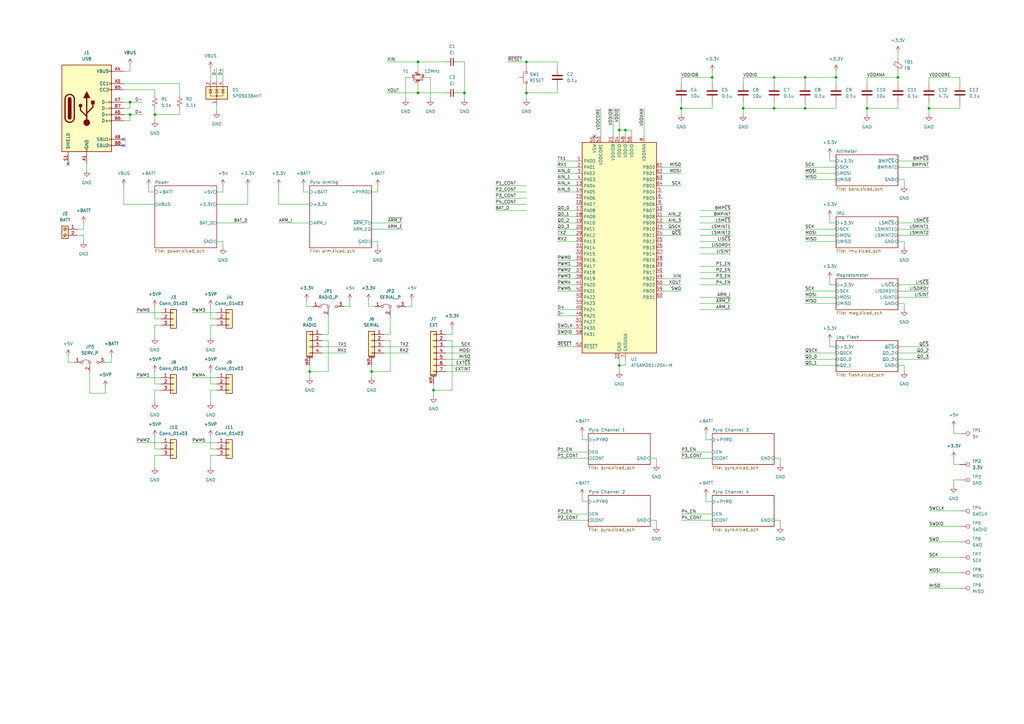
<source format=kicad_sch>
(kicad_sch (version 20230121) (generator eeschema)
  (paper "A3")
  (junction (at 342.9 31.75))
  (junction (at 292.1 31.75))
  (junction (at 368.3 31.75))
  (junction (at 152.4 152.4))
  (junction (at 171.45 25.4))
  (junction (at 53.34 46.99))
  (junction (at 254 149.86))
  (junction (at 317.5 31.75))
  (junction (at 215.9 38.1))
  (junction (at 53.34 41.91))
  (junction (at 381 44.45))
  (junction (at 256.54 53.34))
  (junction (at 177.8 160.02))
  (junction (at 355.6 44.45))
  (junction (at 317.5 44.45))
  (junction (at 171.45 38.1))
  (junction (at 215.9 25.4))
  (junction (at 127 152.4))
  (junction (at 63.5 46.99))
  (junction (at 330.2 31.75))
  (junction (at 190.5 38.1))
  (junction (at 330.2 44.45))
  (junction (at 254 53.34))
  (junction (at 304.8 44.45))
  (junction (at 279.4 44.45))
  (no_connect (at 50.8 57.15))
  (no_connect (at 27.94 67.31))
  (no_connect (at 243.84 55.88))
  (no_connect (at 50.8 59.69))
  (wire (pts (xy 299.72 104.14) (xy 287.02 104.14)))
  (wire (pts (xy 182.88 142.24) (xy 193.04 142.24)))
  (wire (pts (xy 185.42 137.16) (xy 182.88 137.16)))
  (wire (pts (xy 171.45 34.29) (xy 171.45 38.1)))
  (wire (pts (xy 177.8 160.02) (xy 177.8 162.56)))
  (wire (pts (xy 63.5 44.45) (xy 63.5 46.99)))
  (wire (pts (xy 228.6 86.36) (xy 236.22 86.36)))
  (wire (pts (xy 228.6 25.4) (xy 215.9 25.4)))
  (wire (pts (xy 368.3 31.75) (xy 368.3 34.29)))
  (wire (pts (xy 88.9 99.06) (xy 91.44 99.06)))
  (wire (pts (xy 393.7 44.45) (xy 381 44.45)))
  (wire (pts (xy 177.8 157.48) (xy 177.8 160.02)))
  (wire (pts (xy 215.9 86.36) (xy 203.2 86.36)))
  (wire (pts (xy 91.44 33.02) (xy 91.44 27.94)))
  (wire (pts (xy 66.04 133.35) (xy 63.5 133.35)))
  (wire (pts (xy 370.84 73.66) (xy 370.84 76.2)))
  (wire (pts (xy 53.34 46.99) (xy 58.42 46.99)))
  (wire (pts (xy 355.6 41.91) (xy 355.6 44.45)))
  (wire (pts (xy 228.6 76.2) (xy 236.22 76.2)))
  (wire (pts (xy 292.1 41.91) (xy 292.1 44.45)))
  (wire (pts (xy 91.44 78.74) (xy 91.44 76.2)))
  (wire (pts (xy 66.04 184.15) (xy 63.5 184.15)))
  (wire (pts (xy 168.91 125.73) (xy 168.91 123.19)))
  (wire (pts (xy 254 147.32) (xy 254 149.86)))
  (wire (pts (xy 393.7 177.8) (xy 391.16 177.8)))
  (wire (pts (xy 292.1 31.75) (xy 279.4 31.75)))
  (wire (pts (xy 393.7 196.85) (xy 391.16 196.85)))
  (wire (pts (xy 182.88 144.78) (xy 193.04 144.78)))
  (wire (pts (xy 368.3 99.06) (xy 370.84 99.06)))
  (wire (pts (xy 55.88 181.61) (xy 66.04 181.61)))
  (wire (pts (xy 228.6 213.36) (xy 241.3 213.36)))
  (wire (pts (xy 342.9 41.91) (xy 342.9 44.45)))
  (wire (pts (xy 215.9 36.83) (xy 215.9 38.1)))
  (wire (pts (xy 152.4 91.44) (xy 165.1 91.44)))
  (wire (pts (xy 66.04 130.81) (xy 63.5 130.81)))
  (wire (pts (xy 271.78 114.3) (xy 279.4 114.3)))
  (wire (pts (xy 271.78 91.44) (xy 279.4 91.44)))
  (wire (pts (xy 154.94 99.06) (xy 154.94 101.6)))
  (wire (pts (xy 63.5 46.99) (xy 63.5 49.53)))
  (wire (pts (xy 279.4 44.45) (xy 279.4 46.99)))
  (wire (pts (xy 340.36 66.04) (xy 342.9 66.04)))
  (wire (pts (xy 228.6 96.52) (xy 236.22 96.52)))
  (wire (pts (xy 36.83 152.4) (xy 36.83 161.29)))
  (wire (pts (xy 88.9 78.74) (xy 91.44 78.74)))
  (wire (pts (xy 368.3 142.24) (xy 381 142.24)))
  (wire (pts (xy 238.76 177.8) (xy 238.76 180.34)))
  (wire (pts (xy 287.02 99.06) (xy 299.72 99.06)))
  (wire (pts (xy 279.4 31.75) (xy 279.4 34.29)))
  (wire (pts (xy 238.76 180.34) (xy 241.3 180.34)))
  (wire (pts (xy 228.6 137.16) (xy 236.22 137.16)))
  (wire (pts (xy 154.94 76.2) (xy 154.94 78.74)))
  (wire (pts (xy 342.9 29.21) (xy 342.9 31.75)))
  (wire (pts (xy 182.88 149.86) (xy 193.04 149.86)))
  (wire (pts (xy 381 147.32) (xy 368.3 147.32)))
  (wire (pts (xy 151.13 123.19) (xy 151.13 125.73)))
  (wire (pts (xy 317.5 44.45) (xy 304.8 44.45)))
  (wire (pts (xy 342.9 31.75) (xy 342.9 34.29)))
  (wire (pts (xy 185.42 139.7) (xy 185.42 160.02)))
  (wire (pts (xy 289.56 177.8) (xy 289.56 180.34)))
  (wire (pts (xy 342.9 68.58) (xy 330.2 68.58)))
  (wire (pts (xy 259.08 53.34) (xy 259.08 55.88)))
  (wire (pts (xy 368.3 73.66) (xy 370.84 73.66)))
  (wire (pts (xy 340.36 91.44) (xy 342.9 91.44)))
  (wire (pts (xy 256.54 149.86) (xy 254 149.86)))
  (wire (pts (xy 152.4 93.98) (xy 165.1 93.98)))
  (wire (pts (xy 330.2 44.45) (xy 317.5 44.45)))
  (wire (pts (xy 342.9 96.52) (xy 330.2 96.52)))
  (wire (pts (xy 30.48 148.59) (xy 27.94 148.59)))
  (wire (pts (xy 55.88 128.27) (xy 66.04 128.27)))
  (wire (pts (xy 171.45 25.4) (xy 158.75 25.4)))
  (wire (pts (xy 66.04 186.69) (xy 63.5 186.69)))
  (wire (pts (xy 289.56 180.34) (xy 292.1 180.34)))
  (wire (pts (xy 228.6 187.96) (xy 241.3 187.96)))
  (wire (pts (xy 393.7 31.75) (xy 393.7 34.29)))
  (wire (pts (xy 151.13 125.73) (xy 153.67 125.73)))
  (wire (pts (xy 271.78 76.2) (xy 279.4 76.2)))
  (wire (pts (xy 340.36 114.3) (xy 340.36 116.84)))
  (wire (pts (xy 142.24 142.24) (xy 132.08 142.24)))
  (wire (pts (xy 53.34 44.45) (xy 50.8 44.45)))
  (wire (pts (xy 368.3 21.59) (xy 368.3 24.13)))
  (wire (pts (xy 292.1 34.29) (xy 292.1 31.75)))
  (wire (pts (xy 370.84 124.46) (xy 370.84 127)))
  (wire (pts (xy 142.24 144.78) (xy 132.08 144.78)))
  (wire (pts (xy 299.72 88.9) (xy 287.02 88.9)))
  (wire (pts (xy 228.6 142.24) (xy 236.22 142.24)))
  (wire (pts (xy 391.16 190.5) (xy 391.16 187.96)))
  (wire (pts (xy 266.7 187.96) (xy 269.24 187.96)))
  (wire (pts (xy 289.56 203.2) (xy 289.56 205.74)))
  (wire (pts (xy 50.8 41.91) (xy 53.34 41.91)))
  (wire (pts (xy 208.28 25.4) (xy 215.9 25.4)))
  (wire (pts (xy 167.64 142.24) (xy 157.48 142.24)))
  (wire (pts (xy 55.88 154.94) (xy 66.04 154.94)))
  (wire (pts (xy 317.5 41.91) (xy 317.5 44.45)))
  (wire (pts (xy 101.6 76.2) (xy 101.6 83.82)))
  (wire (pts (xy 246.38 44.45) (xy 246.38 55.88)))
  (wire (pts (xy 228.6 88.9) (xy 236.22 88.9)))
  (wire (pts (xy 256.54 53.34) (xy 256.54 55.88)))
  (wire (pts (xy 63.5 133.35) (xy 63.5 138.43)))
  (wire (pts (xy 342.9 44.45) (xy 330.2 44.45)))
  (wire (pts (xy 114.3 83.82) (xy 127 83.82)))
  (wire (pts (xy 182.88 152.4) (xy 193.04 152.4)))
  (wire (pts (xy 342.9 144.78) (xy 330.2 144.78)))
  (wire (pts (xy 43.18 161.29) (xy 43.18 158.75)))
  (wire (pts (xy 143.51 125.73) (xy 143.51 123.19)))
  (wire (pts (xy 271.78 71.12) (xy 279.4 71.12)))
  (wire (pts (xy 73.66 46.99) (xy 63.5 46.99)))
  (wire (pts (xy 215.9 25.4) (xy 215.9 26.67)))
  (wire (pts (xy 228.6 35.56) (xy 228.6 38.1)))
  (wire (pts (xy 320.04 187.96) (xy 320.04 190.5)))
  (wire (pts (xy 86.36 152.4) (xy 86.36 157.48)))
  (wire (pts (xy 152.4 149.86) (xy 152.4 152.4)))
  (wire (pts (xy 340.36 116.84) (xy 342.9 116.84)))
  (wire (pts (xy 330.2 31.75) (xy 330.2 34.29)))
  (wire (pts (xy 279.4 187.96) (xy 292.1 187.96)))
  (wire (pts (xy 73.66 44.45) (xy 73.66 46.99)))
  (wire (pts (xy 304.8 31.75) (xy 304.8 34.29)))
  (wire (pts (xy 63.5 152.4) (xy 63.5 157.48)))
  (wire (pts (xy 292.1 44.45) (xy 279.4 44.45)))
  (wire (pts (xy 160.02 137.16) (xy 157.48 137.16)))
  (wire (pts (xy 254 149.86) (xy 254 152.4)))
  (wire (pts (xy 317.5 187.96) (xy 320.04 187.96)))
  (wire (pts (xy 289.56 205.74) (xy 292.1 205.74)))
  (wire (pts (xy 157.48 139.7) (xy 160.02 139.7)))
  (wire (pts (xy 299.72 109.22) (xy 287.02 109.22)))
  (wire (pts (xy 271.78 96.52) (xy 279.4 96.52)))
  (wire (pts (xy 124.46 78.74) (xy 127 78.74)))
  (wire (pts (xy 31.75 96.52) (xy 34.29 96.52)))
  (wire (pts (xy 287.02 127) (xy 299.72 127)))
  (wire (pts (xy 228.6 185.42) (xy 241.3 185.42)))
  (wire (pts (xy 134.62 129.54) (xy 134.62 137.16)))
  (wire (pts (xy 190.5 25.4) (xy 190.5 38.1)))
  (wire (pts (xy 66.04 160.02) (xy 63.5 160.02)))
  (wire (pts (xy 271.78 119.38) (xy 279.4 119.38)))
  (wire (pts (xy 381 222.25) (xy 393.7 222.25)))
  (wire (pts (xy 88.9 91.44) (xy 101.6 91.44)))
  (wire (pts (xy 78.74 154.94) (xy 88.9 154.94)))
  (wire (pts (xy 63.5 186.69) (xy 63.5 191.77)))
  (wire (pts (xy 124.46 76.2) (xy 124.46 78.74)))
  (wire (pts (xy 34.29 91.44) (xy 34.29 93.98)))
  (wire (pts (xy 125.73 125.73) (xy 128.27 125.73)))
  (wire (pts (xy 215.9 38.1) (xy 215.9 40.64)))
  (wire (pts (xy 152.4 152.4) (xy 152.4 154.94)))
  (wire (pts (xy 342.9 71.12) (xy 330.2 71.12)))
  (wire (pts (xy 203.2 76.2) (xy 215.9 76.2)))
  (wire (pts (xy 78.74 128.27) (xy 88.9 128.27)))
  (wire (pts (xy 228.6 78.74) (xy 236.22 78.74)))
  (wire (pts (xy 132.08 139.7) (xy 134.62 139.7)))
  (wire (pts (xy 171.45 25.4) (xy 171.45 29.21)))
  (wire (pts (xy 160.02 139.7) (xy 160.02 152.4)))
  (wire (pts (xy 86.36 186.69) (xy 86.36 191.77)))
  (wire (pts (xy 287.02 124.46) (xy 299.72 124.46)))
  (wire (pts (xy 182.88 147.32) (xy 193.04 147.32)))
  (wire (pts (xy 134.62 139.7) (xy 134.62 152.4)))
  (wire (pts (xy 264.16 44.45) (xy 264.16 55.88)))
  (wire (pts (xy 381 228.6) (xy 393.7 228.6)))
  (wire (pts (xy 127 152.4) (xy 127 154.94)))
  (wire (pts (xy 271.78 68.58) (xy 279.4 68.58)))
  (wire (pts (xy 304.8 41.91) (xy 304.8 44.45)))
  (wire (pts (xy 279.4 185.42) (xy 292.1 185.42)))
  (wire (pts (xy 63.5 160.02) (xy 63.5 165.1)))
  (wire (pts (xy 317.5 31.75) (xy 317.5 34.29)))
  (wire (pts (xy 63.5 179.07) (xy 63.5 184.15)))
  (wire (pts (xy 78.74 181.61) (xy 88.9 181.61)))
  (wire (pts (xy 86.36 179.07) (xy 86.36 184.15)))
  (wire (pts (xy 228.6 93.98) (xy 236.22 93.98)))
  (wire (pts (xy 88.9 43.18) (xy 88.9 45.72)))
  (wire (pts (xy 228.6 127) (xy 236.22 127)))
  (wire (pts (xy 304.8 44.45) (xy 304.8 46.99)))
  (wire (pts (xy 279.4 210.82) (xy 292.1 210.82)))
  (wire (pts (xy 381 119.38) (xy 368.3 119.38)))
  (wire (pts (xy 154.94 78.74) (xy 152.4 78.74)))
  (wire (pts (xy 88.9 130.81) (xy 86.36 130.81)))
  (wire (pts (xy 381 41.91) (xy 381 44.45)))
  (wire (pts (xy 228.6 91.44) (xy 236.22 91.44)))
  (wire (pts (xy 53.34 41.91) (xy 53.34 44.45)))
  (wire (pts (xy 381 241.3) (xy 393.7 241.3)))
  (wire (pts (xy 187.96 25.4) (xy 190.5 25.4)))
  (wire (pts (xy 330.2 41.91) (xy 330.2 44.45)))
  (wire (pts (xy 317.5 31.75) (xy 330.2 31.75)))
  (wire (pts (xy 342.9 99.06) (xy 330.2 99.06)))
  (wire (pts (xy 88.9 184.15) (xy 86.36 184.15)))
  (wire (pts (xy 160.02 152.4) (xy 152.4 152.4)))
  (wire (pts (xy 381 31.75) (xy 381 34.29)))
  (wire (pts (xy 368.3 44.45) (xy 355.6 44.45)))
  (wire (pts (xy 256.54 53.34) (xy 259.08 53.34)))
  (wire (pts (xy 50.8 49.53) (xy 53.34 49.53)))
  (wire (pts (xy 45.72 146.05) (xy 45.72 148.59)))
  (wire (pts (xy 393.7 190.5) (xy 391.16 190.5)))
  (wire (pts (xy 187.96 38.1) (xy 190.5 38.1)))
  (wire (pts (xy 73.66 34.29) (xy 73.66 39.37)))
  (wire (pts (xy 342.9 124.46) (xy 330.2 124.46)))
  (wire (pts (xy 50.8 83.82) (xy 63.5 83.82)))
  (wire (pts (xy 381 215.9) (xy 393.7 215.9)))
  (wire (pts (xy 86.36 133.35) (xy 86.36 138.43)))
  (wire (pts (xy 330.2 149.86) (xy 342.9 149.86)))
  (wire (pts (xy 173.99 31.75) (xy 176.53 31.75)))
  (wire (pts (xy 299.72 93.98) (xy 287.02 93.98)))
  (wire (pts (xy 86.36 27.94) (xy 86.36 33.02)))
  (wire (pts (xy 299.72 116.84) (xy 287.02 116.84)))
  (wire (pts (xy 36.83 161.29) (xy 43.18 161.29)))
  (wire (pts (xy 53.34 29.21) (xy 50.8 29.21)))
  (wire (pts (xy 182.88 139.7) (xy 185.42 139.7)))
  (wire (pts (xy 279.4 41.91) (xy 279.4 44.45)))
  (wire (pts (xy 88.9 186.69) (xy 86.36 186.69)))
  (wire (pts (xy 340.36 142.24) (xy 342.9 142.24)))
  (wire (pts (xy 171.45 38.1) (xy 182.88 38.1)))
  (wire (pts (xy 317.5 213.36) (xy 320.04 213.36)))
  (wire (pts (xy 238.76 203.2) (xy 238.76 205.74)))
  (wire (pts (xy 381 96.52) (xy 368.3 96.52)))
  (wire (pts (xy 50.8 46.99) (xy 53.34 46.99)))
  (wire (pts (xy 287.02 121.92) (xy 299.72 121.92)))
  (wire (pts (xy 60.96 78.74) (xy 63.5 78.74)))
  (wire (pts (xy 381 44.45) (xy 381 46.99)))
  (wire (pts (xy 228.6 210.82) (xy 241.3 210.82)))
  (wire (pts (xy 228.6 66.04) (xy 236.22 66.04)))
  (wire (pts (xy 58.42 41.91) (xy 53.34 41.91)))
  (wire (pts (xy 256.54 147.32) (xy 256.54 149.86)))
  (wire (pts (xy 330.2 31.75) (xy 342.9 31.75)))
  (wire (pts (xy 168.91 31.75) (xy 166.37 31.75)))
  (wire (pts (xy 381 209.55) (xy 393.7 209.55)))
  (wire (pts (xy 279.4 213.36) (xy 292.1 213.36)))
  (wire (pts (xy 370.84 99.06) (xy 370.84 101.6)))
  (wire (pts (xy 368.3 149.86) (xy 370.84 149.86)))
  (wire (pts (xy 299.72 101.6) (xy 287.02 101.6)))
  (wire (pts (xy 190.5 38.1) (xy 190.5 40.64)))
  (wire (pts (xy 101.6 83.82) (xy 88.9 83.82)))
  (wire (pts (xy 134.62 137.16) (xy 132.08 137.16)))
  (wire (pts (xy 228.6 114.3) (xy 236.22 114.3)))
  (wire (pts (xy 381 234.95) (xy 393.7 234.95)))
  (wire (pts (xy 271.78 93.98) (xy 279.4 93.98)))
  (wire (pts (xy 342.9 73.66) (xy 330.2 73.66)))
  (wire (pts (xy 160.02 129.54) (xy 160.02 137.16)))
  (wire (pts (xy 299.72 96.52) (xy 287.02 96.52)))
  (wire (pts (xy 176.53 31.75) (xy 176.53 40.64)))
  (wire (pts (xy 393.7 41.91) (xy 393.7 44.45)))
  (wire (pts (xy 127 91.44) (xy 114.3 91.44)))
  (wire (pts (xy 127 149.86) (xy 127 152.4)))
  (wire (pts (xy 228.6 116.84) (xy 236.22 116.84)))
  (wire (pts (xy 269.24 187.96) (xy 269.24 190.5)))
  (wire (pts (xy 368.3 66.04) (xy 381 66.04)))
  (wire (pts (xy 228.6 106.68) (xy 236.22 106.68)))
  (wire (pts (xy 304.8 31.75) (xy 317.5 31.75)))
  (wire (pts (xy 254 53.34) (xy 256.54 53.34)))
  (wire (pts (xy 66.04 157.48) (xy 63.5 157.48)))
  (wire (pts (xy 228.6 99.06) (xy 236.22 99.06)))
  (wire (pts (xy 271.78 116.84) (xy 279.4 116.84)))
  (wire (pts (xy 88.9 160.02) (xy 86.36 160.02)))
  (wire (pts (xy 391.16 177.8) (xy 391.16 175.26)))
  (wire (pts (xy 368.3 41.91) (xy 368.3 44.45)))
  (wire (pts (xy 35.56 67.31) (xy 35.56 69.85)))
  (wire (pts (xy 158.75 38.1) (xy 171.45 38.1)))
  (wire (pts (xy 381 144.78) (xy 368.3 144.78)))
  (wire (pts (xy 370.84 149.86) (xy 370.84 152.4)))
  (wire (pts (xy 330.2 147.32) (xy 342.9 147.32)))
  (wire (pts (xy 287.02 86.36) (xy 299.72 86.36)))
  (wire (pts (xy 287.02 91.44) (xy 299.72 91.44)))
  (wire (pts (xy 228.6 38.1) (xy 215.9 38.1)))
  (wire (pts (xy 27.94 148.59) (xy 27.94 146.05)))
  (wire (pts (xy 134.62 152.4) (xy 127 152.4)))
  (wire (pts (xy 342.9 119.38) (xy 330.2 119.38)))
  (wire (pts (xy 34.29 93.98) (xy 31.75 93.98)))
  (wire (pts (xy 171.45 25.4) (xy 182.88 25.4)))
  (wire (pts (xy 228.6 111.76) (xy 236.22 111.76)))
  (wire (pts (xy 91.44 99.06) (xy 91.44 101.6)))
  (wire (pts (xy 355.6 31.75) (xy 355.6 34.29)))
  (wire (pts (xy 299.72 111.76) (xy 287.02 111.76)))
  (wire (pts (xy 269.24 213.36) (xy 269.24 215.9)))
  (wire (pts (xy 203.2 83.82) (xy 215.9 83.82)))
  (wire (pts (xy 340.36 88.9) (xy 340.36 91.44)))
  (wire (pts (xy 355.6 44.45) (xy 355.6 46.99)))
  (wire (pts (xy 203.2 81.28) (xy 215.9 81.28)))
  (wire (pts (xy 251.46 44.45) (xy 251.46 55.88)))
  (wire (pts (xy 368.3 31.75) (xy 355.6 31.75)))
  (wire (pts (xy 166.37 125.73) (xy 168.91 125.73)))
  (wire (pts (xy 88.9 133.35) (xy 86.36 133.35)))
  (wire (pts (xy 53.34 49.53) (xy 53.34 46.99)))
  (wire (pts (xy 340.36 63.5) (xy 340.36 66.04)))
  (wire (pts (xy 185.42 160.02) (xy 177.8 160.02)))
  (wire (pts (xy 271.78 88.9) (xy 279.4 88.9)))
  (wire (pts (xy 88.9 157.48) (xy 86.36 157.48)))
  (wire (pts (xy 140.97 125.73) (xy 143.51 125.73)))
  (wire (pts (xy 53.34 26.67) (xy 53.34 29.21)))
  (wire (pts (xy 342.9 121.92) (xy 330.2 121.92)))
  (wire (pts (xy 114.3 76.2) (xy 114.3 83.82)))
  (wire (pts (xy 368.3 29.21) (xy 368.3 31.75)))
  (wire (pts (xy 228.6 73.66) (xy 236.22 73.66)))
  (wire (pts (xy 152.4 99.06) (xy 154.94 99.06)))
  (wire (pts (xy 125.73 123.19) (xy 125.73 125.73)))
  (wire (pts (xy 368.3 91.44) (xy 381 91.44)))
  (wire (pts (xy 299.72 114.3) (xy 287.02 114.3)))
  (wire (pts (xy 63.5 36.83) (xy 63.5 39.37)))
  (wire (pts (xy 254 53.34) (xy 254 55.88)))
  (wire (pts (xy 60.96 76.2) (xy 60.96 78.74)))
  (wire (pts (xy 391.16 196.85) (xy 391.16 199.39)))
  (wire (pts (xy 228.6 134.62) (xy 236.22 134.62)))
  (wire (pts (xy 292.1 29.21) (xy 292.1 31.75)))
  (wire (pts (xy 228.6 68.58) (xy 236.22 68.58)))
  (wire (pts (xy 63.5 125.73) (xy 63.5 130.81)))
  (wire (pts (xy 368.3 124.46) (xy 370.84 124.46)))
  (wire (pts (xy 228.6 109.22) (xy 236.22 109.22)))
  (wire (pts (xy 86.36 160.02) (xy 86.36 165.1)))
  (wire (pts (xy 254 44.45) (xy 254 53.34)))
  (wire (pts (xy 228.6 27.94) (xy 228.6 25.4)))
  (wire (pts (xy 166.37 31.75) (xy 166.37 40.64)))
  (wire (pts (xy 185.42 134.62) (xy 185.42 137.16)))
  (wire (pts (xy 340.36 139.7) (xy 340.36 142.24)))
  (wire (pts (xy 238.76 205.74) (xy 241.3 205.74)))
  (wire (pts (xy 320.04 213.36) (xy 320.04 215.9)))
  (wire (pts (xy 381 121.92) (xy 368.3 121.92)))
  (wire (pts (xy 342.9 93.98) (xy 330.2 93.98)))
  (wire (pts (xy 228.6 129.54) (xy 236.22 129.54)))
  (wire (pts (xy 266.7 213.36) (xy 269.24 213.36)))
  (wire (pts (xy 50.8 36.83) (xy 63.5 36.83)))
  (wire (pts (xy 381 31.75) (xy 393.7 31.75)))
  (wire (pts (xy 368.3 116.84) (xy 381 116.84)))
  (wire (pts (xy 381 93.98) (xy 368.3 93.98)))
  (wire (pts (xy 50.8 76.2) (xy 50.8 83.82)))
  (wire (pts (xy 381 68.58) (xy 368.3 68.58)))
  (wire (pts (xy 228.6 71.12) (xy 236.22 71.12)))
  (wire (pts (xy 167.64 144.78) (xy 157.48 144.78)))
  (wire (pts (xy 45.72 148.59) (xy 43.18 148.59)))
  (wire (pts (xy 86.36 125.73) (xy 86.36 130.81)))
  (wire (pts (xy 88.9 27.94) (xy 88.9 33.02)))
  (wire (pts (xy 34.29 96.52) (xy 34.29 99.06)))
  (wire (pts (xy 228.6 119.38) (xy 236.22 119.38)))
  (wire (pts (xy 50.8 34.29) (xy 73.66 34.29)))
  (wire (pts (xy 203.2 78.74) (xy 215.9 78.74)))
  (label "PWM5" (at 228.6 119.38 0))
  (label "AIN_4" (at 228.6 76.2 0))
  (label "D+" (at 58.42 46.99 180))
  (label "PWM4" (at 78.74 154.94 0))
  (label "QD_0" (at 228.6 86.36 0))
  (label "QSCK" (at 279.4 93.98 180))
  (label "AIN_5" (at 228.6 78.74 0))
  (label "P3_CONT" (at 279.4 187.96 0))
  (label "P3_EN" (at 299.72 114.3 180))
  (label "SCK" (at 279.4 76.2 180))
  (label "P1_EN" (at 228.6 185.42 0))
  (label "XIN" (at 158.75 25.4 0))
  (label "VDDCORE" (at 381 31.75 0))
  (label "MISO" (at 381 241.3 0))
  (label "MOSI" (at 381 234.95 0))
  (label "P1_EN" (at 299.72 109.22 180))
  (label "QD_1" (at 330.2 149.86 0))
  (label "D-" (at 58.42 41.91 180))
  (label "AIN_2" (at 279.4 88.9 180))
  (label "TX1" (at 142.24 142.24 180))
  (label "D+" (at 91.44 27.94 270))
  (label "RX1" (at 228.6 68.58 0))
  (label "XIN" (at 279.4 114.3 180))
  (label "QD_1" (at 228.6 88.9 0))
  (label "LSM~{CS}" (at 299.72 91.44 180))
  (label "P2_CONT" (at 203.2 78.74 0))
  (label "VDDIOB" (at 251.46 44.45 270))
  (label "BMPINT" (at 299.72 88.9 180))
  (label "RX1" (at 142.24 144.78 180))
  (label "P1_CONT" (at 228.6 187.96 0))
  (label "D-" (at 228.6 129.54 0))
  (label "BMP~{CS}" (at 381 66.04 180))
  (label "SCK" (at 330.2 68.58 0))
  (label "MOSI" (at 330.2 71.12 0))
  (label "SWO" (at 279.4 119.38 180))
  (label "SWDIO" (at 228.6 137.16 0))
  (label "SCK" (at 381 228.6 0))
  (label "PWM1" (at 55.88 154.94 0))
  (label "P4_EN" (at 279.4 210.82 0))
  (label "SWDIO" (at 381 215.9 0))
  (label "PWM2" (at 228.6 111.76 0))
  (label "VDDIO" (at 304.8 31.75 0))
  (label "~{RESET}" (at 208.28 25.4 0))
  (label "XOUT" (at 158.75 38.1 0))
  (label "QD_2" (at 381 144.78 180))
  (label "AIN_0" (at 228.6 71.12 0))
  (label "LIS~{CS}" (at 381 116.84 180))
  (label "LSMINT2" (at 381 96.52 180))
  (label "PWM0" (at 55.88 128.27 0))
  (label "VDDANA" (at 264.16 44.45 270))
  (label "LSMINT1" (at 299.72 93.98 180))
  (label "SCK" (at 330.2 93.98 0))
  (label "AIN_1" (at 228.6 73.66 0))
  (label "LSMINT2" (at 299.72 96.52 180))
  (label "SWO" (at 381 222.25 0))
  (label "MISO" (at 330.2 124.46 0))
  (label "QSCK" (at 330.2 144.78 0))
  (label "QD_3" (at 381 147.32 180))
  (label "BAT_D" (at 203.2 86.36 0))
  (label "BMPINT" (at 381 68.58 180))
  (label "LSM~{CS}" (at 381 91.44 180))
  (label "Q~{CS}" (at 381 142.24 180))
  (label "TX1" (at 228.6 66.04 0))
  (label "SCK" (at 330.2 119.38 0))
  (label "LISDRDY" (at 299.72 101.6 180))
  (label "RX2" (at 228.6 99.06 0))
  (label "TX2" (at 167.64 142.24 180))
  (label "AIN_3" (at 279.4 91.44 180))
  (label "P4_CONT" (at 203.2 83.82 0))
  (label "QD_0" (at 330.2 147.32 0))
  (label "PWM1" (at 228.6 109.22 0))
  (label "MOSI" (at 330.2 121.92 0))
  (label "VDDANA" (at 355.6 31.75 0))
  (label "PWM3" (at 228.6 114.3 0))
  (label "ARM_I" (at 299.72 121.92 180))
  (label "VDDCORE" (at 246.38 44.45 270))
  (label "LISDRDY" (at 381 119.38 180))
  (label "P1_CONT" (at 203.2 76.2 0))
  (label "PWM2" (at 55.88 181.61 0))
  (label "P3_CONT" (at 203.2 81.28 0))
  (label "P3_EN" (at 279.4 185.42 0))
  (label "PWM4" (at 228.6 116.84 0))
  (label "D+" (at 228.6 127 0))
  (label "MOSI" (at 279.4 71.12 180))
  (label "TX2" (at 228.6 96.52 0))
  (label "MISO" (at 330.2 73.66 0))
  (label "ARM_E" (at 165.1 93.98 180))
  (label "EXT~{CS}" (at 193.04 149.86 180))
  (label "MISO" (at 279.4 68.58 180))
  (label "BMP~{CS}" (at 299.72 86.36 180))
  (label "ARM_E" (at 299.72 127 180))
  (label "D-" (at 88.9 27.94 270))
  (label "LSMINT1" (at 381 93.98 180))
  (label "P2_CONT" (at 228.6 213.36 0))
  (label "P2_EN" (at 228.6 210.82 0))
  (label "P4_EN" (at 299.72 116.84 180))
  (label "QD_2" (at 228.6 91.44 0))
  (label "~{ARM_F}" (at 299.72 124.46 180))
  (label "P2_EN" (at 299.72 111.76 180))
  (label "P4_CONT" (at 279.4 213.36 0))
  (label "LISINT" (at 381 121.92 180))
  (label "RX2" (at 167.64 144.78 180))
  (label "VDDIO" (at 254 44.45 270))
  (label "SWCLK" (at 228.6 134.62 0))
  (label "MOSI" (at 193.04 144.78 180))
  (label "EXTINT" (at 193.04 152.4 180))
  (label "MISO" (at 330.2 99.06 0))
  (label "ARM_I" (at 114.3 91.44 0))
  (label "MISO" (at 193.04 147.32 180))
  (label "XOUT" (at 279.4 116.84 180))
  (label "BAT_D" (at 101.6 91.44 180))
  (label "PWM0" (at 228.6 106.68 0))
  (label "PWM5" (at 78.74 181.61 0))
  (label "LISINT" (at 299.72 104.14 180))
  (label "SCK" (at 193.04 142.24 180))
  (label "~{RESET}" (at 228.6 142.24 0))
  (label "LIS~{CS}" (at 299.72 99.06 180))
  (label "VDDIOB" (at 279.4 31.75 0))
  (label "QD_3" (at 228.6 93.98 0))
  (label "~{ARM_F}" (at 165.1 91.44 180))
  (label "Q~{CS}" (at 279.4 96.52 180))
  (label "MOSI" (at 330.2 96.52 0))
  (label "PWM3" (at 78.74 128.27 0))
  (label "SWCLK" (at 381 209.55 0))
  (symbol (lib_id "erlib:+PYRO") (at 289.56 177.8 0) (mirror y) (unit 1)
    (property "Reference" "#PWR058" (effects hide))
    (property "Value" "+PYRO" (at 289.56 172.72 0))
  )
  (symbol (lib_id "power:+3.3V") (at 185.42 134.62 0) (mirror y) (unit 1)
    (property "Reference" "#PWR040" (effects hide))
    (property "Value" "+3.3V" (at 185.42 129.54 0))
  )
  (symbol (lib_id "power:+5VP") (at 86.36 179.07 0) (unit 1)
    (property "Reference" "#PWR060" (effects hide))
    (property "Value" "+5VP" (at 86.36 173.99 0))
  )
  (symbol (lib_id "Connector_Generic:Conn_01x03") (at 71.12 184.15 0) (unit 1)
    (property "Reference" "J10" (at 71.12 175.26 0))
    (property "Value" "Conn_01x03" (at 71.12 177.8 0))
    (property "Footprint" "Connector_PinHeader_2.54mm:PinHeader_1x03_P2.54mm_Vertical" (effects hide))
  )
  (symbol (lib_id "power:VBUS") (at 53.34 26.67 0) (unit 1)
    (property "Reference" "#PWR02" (effects hide))
    (property "Value" "VBUS" (at 53.34 21.59 0))
  )
  (symbol (lib_id "power:GND") (at 370.84 152.4 0) (unit 1)
    (property "Reference" "#PWR049" (effects hide))
    (property "Value" "GND" (at 370.84 157.48 0))
  )
  (symbol (lib_id "power:+5VP") (at 43.18 158.75 0) (unit 1)
    (property "Reference" "#PWR052" (effects hide))
    (property "Value" "+5VP" (at 43.18 153.67 0))
  )
  (symbol (lib_id "power:GND") (at 86.36 165.1 0) (unit 1)
    (property "Reference" "#PWR055" (effects hide))
    (property "Value" "GND" (at 86.36 170.18 0))
  )
  (symbol (lib_id "power:+BATT") (at 34.29 91.44 0) (unit 1)
    (property "Reference" "#PWR027" (effects hide))
    (property "Value" "+BATT" (at 34.29 86.36 0))
  )
  (symbol (lib_id "power:GND") (at 370.84 127 0) (unit 1)
    (property "Reference" "#PWR039" (effects hide))
    (property "Value" "GND" (at 370.84 132.08 0))
  )
  (symbol (lib_id "Device:C") (at 317.5 38.1 0) (unit 1)
    (property "Reference" "C7" (at 321.31 36.83 0) (effects (justify left)))
    (property "Value" "0.1u" (at 321.31 39.37 0) (effects (justify left)))
    (property "Footprint" "Capacitor_SMD:C_0603_1608Metric" (effects hide))
  )
  (symbol (lib_id "power:GND") (at 304.8 46.99 0) (unit 1)
    (property "Reference" "#PWR012" (effects hide))
    (property "Value" "GND" (at 304.8 52.07 0))
  )
  (symbol (lib_id "Connector_Generic_MountingPin:Conn_01x07_MountingPin") (at 177.8 144.78 0) (mirror y) (unit 1)
    (property "Reference" "J7" (at 177.8 130.81 0))
    (property "Value" "EXT" (at 177.8 133.35 0))
    (property "Footprint" "Connector_JST:JST_GH_BM07B-GHS-TBT_1x07-1MP_P1.25mm_Vertical" (effects hide))
  )
  (symbol (lib_id "power:GND") (at 35.56 69.85 0) (unit 1)
    (property "Reference" "#PWR017" (effects hide))
    (property "Value" "GND" (at 35.56 74.93 0))
  )
  (symbol (lib_id "Device:C") (at 368.3 38.1 0) (unit 1)
    (property "Reference" "C11" (at 372.11 36.83 0) (effects (justify left)))
    (property "Value" "0.1u" (at 372.11 39.37 0) (effects (justify left)))
    (property "Footprint" "Capacitor_SMD:C_0603_1608Metric" (effects hide))
  )
  (symbol (lib_id "power:+5VP") (at 63.5 152.4 0) (unit 1)
    (property "Reference" "#PWR046" (effects hide))
    (property "Value" "+5VP" (at 63.5 147.32 0))
  )
  (symbol (lib_id "power:+BATT") (at 45.72 146.05 0) (unit 1)
    (property "Reference" "#PWR045" (effects hide))
    (property "Value" "+BATT" (at 45.72 140.97 0))
  )
  (symbol (lib_id "power:GND") (at 215.9 40.64 0) (unit 1)
    (property "Reference" "#PWR09" (effects hide))
    (property "Value" "GND" (at 215.9 45.72 0))
  )
  (symbol (lib_id "power:+3.3V") (at 101.6 76.2 0) (unit 1)
    (property "Reference" "#PWR021" (effects hide))
    (property "Value" "+3.3V" (at 101.6 71.12 0))
  )
  (symbol (lib_id "power:GND") (at 63.5 165.1 0) (unit 1)
    (property "Reference" "#PWR054" (effects hide))
    (property "Value" "GND" (at 63.5 170.18 0))
  )
  (symbol (lib_id "power:+5V") (at 27.94 146.05 0) (unit 1)
    (property "Reference" "#PWR044" (effects hide))
    (property "Value" "+5V" (at 27.94 140.97 0))
  )
  (symbol (lib_id "Device:C") (at 279.4 38.1 0) (unit 1)
    (property "Reference" "C4" (at 283.21 36.83 0) (effects (justify left)))
    (property "Value" "10u" (at 283.21 39.37 0) (effects (justify left)))
    (property "Footprint" "Capacitor_SMD:C_0603_1608Metric" (effects hide))
  )
  (symbol (lib_id "power:GND") (at 269.24 215.9 0) (unit 1)
    (property "Reference" "#PWR069" (effects hide))
    (property "Value" "GND" (at 269.24 220.98 0))
  )
  (symbol (lib_id "power:+3.3V") (at 340.36 63.5 0) (unit 1)
    (property "Reference" "#PWR016" (effects hide))
    (property "Value" "+3.3V" (at 340.36 58.42 0))
  )
  (symbol (lib_id "power:+3.3V") (at 340.36 139.7 0) (unit 1)
    (property "Reference" "#PWR043" (effects hide))
    (property "Value" "+3.3V" (at 340.36 134.62 0))
  )
  (symbol (lib_id "power:GND") (at 391.16 199.39 0) (unit 1)
    (property "Reference" "#PWR066" (effects hide))
    (property "Value" "GND" (at 391.16 204.47 0))
  )
  (symbol (lib_id "power:+5VP") (at 63.5 179.07 0) (unit 1)
    (property "Reference" "#PWR059" (effects hide))
    (property "Value" "+5VP" (at 63.5 173.99 0))
  )
  (symbol (lib_id "power:+5V") (at 91.44 76.2 0) (mirror y) (unit 1)
    (property "Reference" "#PWR020" (effects hide))
    (property "Value" "+5V" (at 91.44 71.12 0))
  )
  (symbol (lib_id "Jumper:Jumper_3_Bridged12") (at 36.83 148.59 0) (unit 1)
    (property "Reference" "JP3" (at 36.83 142.24 0))
    (property "Value" "SERV_P" (at 36.83 144.78 0))
    (property "Footprint" "Jumper:SolderJumper-3_P1.3mm_Bridged12_RoundedPad1.0x1.5mm" (effects hide))
  )
  (symbol (lib_id "Connector_Generic_MountingPin:Conn_01x04_MountingPin") (at 152.4 139.7 0) (mirror y) (unit 1)
    (property "Reference" "J6" (at 152.4 130.81 0))
    (property "Value" "SERIAL" (at 152.4 133.35 0))
    (property "Footprint" "Connector_JST:JST_GH_BM04B-GHS-TBT_1x04-1MP_P1.25mm_Vertical" (effects hide))
  )
  (symbol (lib_id "Device:C") (at 393.7 38.1 0) (unit 1)
    (property "Reference" "C13" (at 397.51 36.83 0) (effects (justify left)))
    (property "Value" "0.1u" (at 397.51 39.37 0) (effects (justify left)))
    (property "Footprint" "Capacitor_SMD:C_0603_1608Metric" (effects hide))
  )
  (symbol (lib_id "erlib:+PYRO") (at 154.94 76.2 0) (unit 1)
    (property "Reference" "#PWR024" (effects hide))
    (property "Value" "+PYRO" (at 154.94 71.12 0))
  )
  (symbol (lib_id "power:+5V") (at 143.51 123.19 0) (mirror y) (unit 1)
    (property "Reference" "#PWR034" (effects hide))
    (property "Value" "+5V" (at 143.51 118.11 0))
  )
  (symbol (lib_id "power:+5VP") (at 86.36 125.73 0) (unit 1)
    (property "Reference" "#PWR038" (effects hide))
    (property "Value" "+5VP" (at 86.36 120.65 0))
  )
  (symbol (lib_id "Jumper:Jumper_3_Bridged12") (at 134.62 125.73 0) (unit 1)
    (property "Reference" "JP1" (at 134.62 119.38 0))
    (property "Value" "RADIO_P" (at 134.62 121.92 0))
    (property "Footprint" "Jumper:SolderJumper-3_P1.3mm_Bridged12_RoundedPad1.0x1.5mm" (effects hide))
  )
  (symbol (lib_id "Device:C") (at 342.9 38.1 0) (unit 1)
    (property "Reference" "C9" (at 346.71 36.83 0) (effects (justify left)))
    (property "Value" "0.1u" (at 346.71 39.37 0) (effects (justify left)))
    (property "Footprint" "Capacitor_SMD:C_0603_1608Metric" (effects hide))
  )
  (symbol (lib_id "power:GND") (at 86.36 191.77 0) (unit 1)
    (property "Reference" "#PWR065" (effects hide))
    (property "Value" "GND" (at 86.36 196.85 0))
  )
  (symbol (lib_id "Jumper:Jumper_3_Bridged12") (at 160.02 125.73 0) (unit 1)
    (property "Reference" "JP2" (at 160.02 119.38 0))
    (property "Value" "SERIAL_P" (at 160.02 121.92 0))
    (property "Footprint" "Jumper:SolderJumper-3_P1.3mm_Bridged12_RoundedPad1.0x1.5mm" (effects hide))
  )
  (symbol (lib_id "power:+3.3V") (at 340.36 88.9 0) (unit 1)
    (property "Reference" "#PWR026" (effects hide))
    (property "Value" "+3.3V" (at 340.36 83.82 0))
  )
  (symbol (lib_id "power:GND") (at 177.8 162.56 0) (unit 1)
    (property "Reference" "#PWR053" (effects hide))
    (property "Value" "GND" (at 177.8 167.64 0))
  )
  (symbol (lib_id "Device:C") (at 330.2 38.1 0) (unit 1)
    (property "Reference" "C8" (at 334.01 36.83 0) (effects (justify left)))
    (property "Value" "0.1u" (at 334.01 39.37 0) (effects (justify left)))
    (property "Footprint" "Capacitor_SMD:C_0603_1608Metric" (effects hide))
  )
  (symbol (lib_id "power:+3.3V") (at 391.16 187.96 0) (unit 1)
    (property "Reference" "#PWR061" (effects hide))
    (property "Value" "+3.3V" (at 391.16 182.88 0))
  )
  (symbol (lib_id "power:VBUS") (at 50.8 76.2 0) (mirror y) (unit 1)
    (property "Reference" "#PWR018" (effects hide))
    (property "Value" "VBUS" (at 50.8 71.12 0))
  )
  (symbol (lib_id "power:+3.3V") (at 125.73 123.19 0) (unit 1)
    (property "Reference" "#PWR033" (effects hide))
    (property "Value" "+3.3V" (at 125.73 118.11 0))
  )
  (symbol (lib_id "Connector:Screw_Terminal_01x02") (at 26.67 93.98 0) (mirror y) (unit 1)
    (property "Reference" "J2" (at 26.67 87.63 0))
    (property "Value" "BATT" (at 26.67 90.17 0))
    (property "Footprint" "TerminalBlock_Phoenix:TerminalBlock_Phoenix_MKDS-1,5-2-5.08_1x02_P5.08mm_Horizontal" (effects hide))
  )
  (symbol (lib_id "power:GND") (at 254 152.4 0) (unit 1)
    (property "Reference" "#PWR048" (effects hide))
    (property "Value" "GND" (at 254 157.48 0))
  )
  (symbol (lib_id "Connector:TestPoint") (at 393.7 215.9 270) (unit 1)
    (property "Reference" "TP5" (at 398.78 214.63 90) (effects (justify left)))
    (property "Value" "SWDIO" (at 398.78 217.17 90) (effects (justify left)))
    (property "Footprint" "TestPoint:TestPoint_Pad_D1.0mm" (effects hide))
  )
  (symbol (lib_id "power:GND") (at 355.6 46.99 0) (unit 1)
    (property "Reference" "#PWR013" (effects hide))
    (property "Value" "GND" (at 355.6 52.07 0))
  )
  (symbol (lib_id "Switch:SW_Push") (at 215.9 31.75 90) (unit 1)
    (property "Reference" "SW1" (at 217.17 30.48 90) (effects (justify right)))
    (property "Value" "RESET" (at 217.17 33.02 90) (effects (justify right)))
    (property "Footprint" "Button_Switch_SMD:SW_SPST_PTS810" (effects hide))
  )
  (symbol (lib_id "power:GND") (at 320.04 190.5 0) (unit 1)
    (property "Reference" "#PWR063" (effects hide))
    (property "Value" "GND" (at 320.04 195.58 0))
  )
  (symbol (lib_id "Connector:TestPoint") (at 393.7 241.3 270) (unit 1)
    (property "Reference" "TP9" (at 398.78 240.03 90) (effects (justify left)))
    (property "Value" "MISO" (at 398.78 242.57 90) (effects (justify left)))
    (property "Footprint" "TestPoint:TestPoint_Pad_D1.0mm" (effects hide))
  )
  (symbol (lib_id "Connector:TestPoint") (at 393.7 196.85 270) (unit 1)
    (property "Reference" "TP3" (at 398.78 195.58 90) (effects (justify left)))
    (property "Value" "GND" (at 398.78 198.12 90) (effects (justify left)))
    (property "Footprint" "TestPoint:TestPoint_Pad_D1.0mm" (effects hide))
  )
  (symbol (lib_id "power:GND") (at 34.29 99.06 0) (unit 1)
    (property "Reference" "#PWR028" (effects hide))
    (property "Value" "GND" (at 34.29 104.14 0))
  )
  (symbol (lib_id "power:GND") (at 152.4 154.94 0) (unit 1)
    (property "Reference" "#PWR051" (effects hide))
    (property "Value" "GND" (at 152.4 160.02 0))
  )
  (symbol (lib_id "Device:C") (at 381 38.1 0) (unit 1)
    (property "Reference" "C12" (at 384.81 36.83 0) (effects (justify left)))
    (property "Value" "4.7u" (at 384.81 39.37 0) (effects (justify left)))
    (property "Footprint" "Capacitor_SMD:C_0603_1608Metric" (effects hide))
  )
  (symbol (lib_id "power:GND") (at 381 46.99 0) (unit 1)
    (property "Reference" "#PWR014" (effects hide))
    (property "Value" "GND" (at 381 52.07 0))
  )
  (symbol (lib_id "Connector_Generic:Conn_01x03") (at 93.98 157.48 0) (unit 1)
    (property "Reference" "J9" (at 93.98 148.59 0))
    (property "Value" "Conn_01x03" (at 93.98 151.13 0))
    (property "Footprint" "Connector_PinHeader_2.54mm:PinHeader_1x03_P2.54mm_Vertical" (effects hide))
  )
  (symbol (lib_id "power:+BATT") (at 60.96 76.2 0) (mirror y) (unit 1)
    (property "Reference" "#PWR019" (effects hide))
    (property "Value" "+BATT" (at 60.96 71.12 0))
  )
  (symbol (lib_id "Device:C") (at 355.6 38.1 0) (unit 1)
    (property "Reference" "C10" (at 359.41 36.83 0) (effects (justify left)))
    (property "Value" "10u" (at 359.41 39.37 0) (effects (justify left)))
    (property "Footprint" "Capacitor_SMD:C_0603_1608Metric" (effects hide))
  )
  (symbol (lib_id "power:GND") (at 86.36 138.43 0) (unit 1)
    (property "Reference" "#PWR042" (effects hide))
    (property "Value" "GND" (at 86.36 143.51 0))
  )
  (symbol (lib_id "power:GND") (at 63.5 49.53 0) (unit 1)
    (property "Reference" "#PWR015" (effects hide))
    (property "Value" "GND" (at 63.5 54.61 0))
  )
  (symbol (lib_id "power:GND") (at 91.44 101.6 0) (unit 1)
    (property "Reference" "#PWR029" (effects hide))
    (property "Value" "GND" (at 91.44 106.68 0))
  )
  (symbol (lib_id "Connector:TestPoint") (at 393.7 234.95 270) (unit 1)
    (property "Reference" "TP8" (at 398.78 233.68 90) (effects (justify left)))
    (property "Value" "MOSI" (at 398.78 236.22 90) (effects (justify left)))
    (property "Footprint" "TestPoint:TestPoint_Pad_D1.0mm" (effects hide))
  )
  (symbol (lib_id "power:GND") (at 154.94 101.6 0) (unit 1)
    (property "Reference" "#PWR030" (effects hide))
    (property "Value" "GND" (at 154.94 106.68 0))
  )
  (symbol (lib_id "power:GND") (at 370.84 76.2 0) (unit 1)
    (property "Reference" "#PWR025" (effects hide))
    (property "Value" "GND" (at 370.84 81.28 0))
  )
  (symbol (lib_id "erlib:+PYRO") (at 238.76 177.8 0) (mirror y) (unit 1)
    (property "Reference" "#PWR057" (effects hide))
    (property "Value" "+PYRO" (at 238.76 172.72 0))
  )
  (symbol (lib_id "power:+5VP") (at 86.36 152.4 0) (unit 1)
    (property "Reference" "#PWR047" (effects hide))
    (property "Value" "+5VP" (at 86.36 147.32 0))
  )
  (symbol (lib_id "power:VBUS") (at 86.36 27.94 0) (unit 1)
    (property "Reference" "#PWR03" (effects hide))
    (property "Value" "VBUS" (at 86.36 22.86 0))
  )
  (symbol (lib_id "Device:C") (at 304.8 38.1 0) (unit 1)
    (property "Reference" "C6" (at 308.61 36.83 0) (effects (justify left)))
    (property "Value" "10u" (at 308.61 39.37 0) (effects (justify left)))
    (property "Footprint" "Capacitor_SMD:C_0603_1608Metric" (effects hide))
  )
  (symbol (lib_id "Device:C") (at 292.1 38.1 0) (unit 1)
    (property "Reference" "C5" (at 295.91 36.83 0) (effects (justify left)))
    (property "Value" "0.1u" (at 295.91 39.37 0) (effects (justify left)))
    (property "Footprint" "Capacitor_SMD:C_0603_1608Metric" (effects hide))
  )
  (symbol (lib_id "Connector_Generic:Conn_01x03") (at 93.98 184.15 0) (unit 1)
    (property "Reference" "J11" (at 93.98 175.26 0))
    (property "Value" "Conn_01x03" (at 93.98 177.8 0))
    (property "Footprint" "Connector_PinHeader_2.54mm:PinHeader_1x03_P2.54mm_Vertical" (effects hide))
  )
  (symbol (lib_id "Device:R_Small_US") (at 73.66 41.91 0) (unit 1)
    (property "Reference" "R2" (at 76.2 40.64 0) (effects (justify left)))
    (property "Value" "5.1k" (at 76.2 43.18 0) (effects (justify left)))
    (property "Footprint" "Resistor_SMD:R_0603_1608Metric" (effects hide))
  )
  (symbol (lib_id "Device:C_Small") (at 185.42 38.1 90) (unit 1)
    (property "Reference" "C3" (at 185.4263 31.75 90))
    (property "Value" "Cl" (at 185.4263 34.29 90))
    (property "Footprint" "Capacitor_SMD:C_0402_1005Metric" (effects hide))
  )
  (symbol (lib_id "Connector_Generic:Conn_01x03") (at 71.12 130.81 0) (unit 1)
    (property "Reference" "J3" (at 71.12 121.92 0))
    (property "Value" "Conn_01x03" (at 71.12 124.46 0))
    (property "Footprint" "Connector_PinHeader_2.54mm:PinHeader_1x03_P2.54mm_Vertical" (effects hide))
  )
  (symbol (lib_id "power:+3.3V") (at 151.13 123.19 0) (unit 1)
    (property "Reference" "#PWR035" (effects hide))
    (property "Value" "+3.3V" (at 151.13 118.11 0))
  )
  (symbol (lib_id "power:GND") (at 370.84 101.6 0) (unit 1)
    (property "Reference" "#PWR031" (effects hide))
    (property "Value" "GND" (at 370.84 106.68 0))
  )
  (symbol (lib_id "Connector:TestPoint") (at 393.7 190.5 270) (unit 1)
    (property "Reference" "TP2" (at 398.78 189.23 90) (effects (justify left)))
    (property "Value" "3.3V" (at 398.78 191.77 90) (effects (justify left)))
    (property "Footprint" "TestPoint:TestPoint_Pad_D1.0mm" (effects hide))
  )
  (symbol (lib_id "power:+3.3V") (at 292.1 29.21 0) (unit 1)
    (property "Reference" "#PWR04" (effects hide))
    (property "Value" "+3.3V" (at 292.1 24.13 0))
  )
  (symbol (lib_id "power:GND") (at 320.04 215.9 0) (unit 1)
    (property "Reference" "#PWR070" (effects hide))
    (property "Value" "GND" (at 320.04 220.98 0))
  )
  (symbol (lib_id "Power_Protection:SP0503BAHT") (at 88.9 38.1 0) (unit 1)
    (property "Reference" "D1" (at 95.25 36.83 0) (effects (justify left)))
    (property "Value" "SP0503BAHT" (at 95.25 39.37 0) (effects (justify left)))
    (property "Footprint" "Package_TO_SOT_SMD:SOT-143" (effects hide))
    (property "Datasheet" "http://www.littelfuse.com/~/media/files/littelfuse/technical%20resources/documents/data%20sheets/sp05xxba.pdf" (effects hide))
  )
  (symbol (lib_id "Connector:TestPoint") (at 393.7 222.25 270) (unit 1)
    (property "Reference" "TP6" (at 398.78 220.98 90) (effects (justify left)))
    (property "Value" "SWO" (at 398.78 223.52 90) (effects (justify left)))
    (property "Footprint" "TestPoint:TestPoint_Pad_D1.0mm" (effects hide))
  )
  (symbol (lib_id "power:GND") (at 279.4 46.99 0) (unit 1)
    (property "Reference" "#PWR011" (effects hide))
    (property "Value" "GND" (at 279.4 52.07 0))
  )
  (symbol (lib_id "power:GND") (at 63.5 191.77 0) (unit 1)
    (property "Reference" "#PWR064" (effects hide))
    (property "Value" "GND" (at 63.5 196.85 0))
  )
  (symbol (lib_id "power:GND") (at 166.37 40.64 0) (unit 1)
    (property "Reference" "#PWR06" (effects hide))
    (property "Value" "GND" (at 166.37 45.72 0))
  )
  (symbol (lib_id "Connector:USB_C_Receptacle_USB2.0") (at 35.56 44.45 0) (unit 1)
    (property "Reference" "J1" (at 35.56 21.59 0))
    (property "Value" "USB" (at 35.56 24.13 0))
    (property "Footprint" "Connector_USB:USB_C_Receptacle_GCT_USB4105-xx-A_16P_TopMnt_Horizontal" (effects hide))
    (property "Datasheet" "https://www.usb.org/sites/default/files/documents/usb_type-c.zip" (effects hide))
  )
  (symbol (lib_id "Connector:TestPoint") (at 393.7 177.8 270) (unit 1)
    (property "Reference" "TP1" (at 398.78 176.53 90) (effects (justify left)))
    (property "Value" "5V" (at 398.78 179.07 90) (effects (justify left)))
    (property "Footprint" "TestPoint:TestPoint_Pad_D1.0mm" (effects hide))
  )
  (symbol (lib_id "power:+5V") (at 391.16 175.26 0) (unit 1)
    (property "Reference" "#PWR056" (effects hide))
    (property "Value" "+5V" (at 391.16 170.18 0))
  )
  (symbol (lib_id "power:GND") (at 190.5 40.64 0) (unit 1)
    (property "Reference" "#PWR08" (effects hide))
    (property "Value" "GND" (at 190.5 45.72 0))
  )
  (symbol (lib_id "power:+3.3V") (at 340.36 114.3 0) (unit 1)
    (property "Reference" "#PWR032" (effects hide))
    (property "Value" "+3.3V" (at 340.36 109.22 0))
  )
  (symbol (lib_id "power:+5V") (at 168.91 123.19 0) (mirror y) (unit 1)
    (property "Reference" "#PWR036" (effects hide))
    (property "Value" "+5V" (at 168.91 118.11 0))
  )
  (symbol (lib_id "power:GND") (at 88.9 45.72 0) (unit 1)
    (property "Reference" "#PWR010" (effects hide))
    (property "Value" "GND" (at 88.9 50.8 0))
  )
  (symbol (lib_id "Device:FerriteBead_Small") (at 368.3 26.67 180) (unit 1)
    (property "Reference" "FB1" (at 370.84 25.4381 0) (effects (justify right)))
    (property "Value" "FB" (at 370.84 27.9781 0) (effects (justify right)))
    (property "Footprint" "Inductor_SMD:L_0603_1608Metric" (effects hide))
  )
  (symbol (lib_id "power:+3.3V") (at 368.3 21.59 0) (unit 1)
    (property "Reference" "#PWR01" (effects hide))
    (property "Value" "+3.3V" (at 368.3 16.51 0))
  )
  (symbol (lib_id "power:GND") (at 176.53 40.64 0) (unit 1)
    (property "Reference" "#PWR07" (effects hide))
    (property "Value" "GND" (at 176.53 45.72 0))
  )
  (symbol (lib_id "Device:R_Small_US") (at 63.5 41.91 0) (unit 1)
    (property "Reference" "R1" (at 66.04 40.64 0) (effects (justify left)))
    (property "Value" "5.1k" (at 66.04 43.18 0) (effects (justify left)))
    (property "Footprint" "Resistor_SMD:R_0603_1608Metric" (effects hide))
  )
  (symbol (lib_id "power:+3.3V") (at 114.3 76.2 0) (mirror y) (unit 1)
    (property "Reference" "#PWR022" (effects hide))
    (property "Value" "+3.3V" (at 114.3 71.12 0))
  )
  (symbol (lib_id "Device:C") (at 228.6 31.75 0) (unit 1)
    (property "Reference" "C2" (at 232.41 30.48 0) (effects (justify left)))
    (property "Value" "0.1u" (at 232.41 33.02 0) (effects (justify left)))
    (property "Footprint" "Capacitor_SMD:C_0603_1608Metric" (effects hide))
  )
  (symbol (lib_id "Connector:TestPoint") (at 393.7 209.55 270) (unit 1)
    (property "Reference" "TP4" (at 398.78 208.28 90) (effects (justify left)))
    (property "Value" "SWCLK" (at 398.78 210.82 90) (effects (justify left)))
    (property "Footprint" "TestPoint:TestPoint_Pad_D1.0mm" (effects hide))
  )
  (symbol (lib_id "Connector_Generic_MountingPin:Conn_01x04_MountingPin") (at 127 139.7 0) (mirror y) (unit 1)
    (property "Reference" "J5" (at 127 130.81 0))
    (property "Value" "RADIO" (at 127 133.35 0))
    (property "Footprint" "Connector_JST:JST_GH_BM04B-GHS-TBT_1x04-1MP_P1.25mm_Vertical" (effects hide))
  )
  (symbol (lib_id "Connector_Generic:Conn_01x03") (at 93.98 130.81 0) (unit 1)
    (property "Reference" "J4" (at 93.98 121.92 0))
    (property "Value" "Conn_01x03" (at 93.98 124.46 0))
    (property "Footprint" "Connector_PinHeader_2.54mm:PinHeader_1x03_P2.54mm_Vertical" (effects hide))
  )
  (symbol (lib_id "Connector:TestPoint") (at 393.7 228.6 270) (unit 1)
    (property "Reference" "TP7" (at 398.78 227.33 90) (effects (justify left)))
    (property "Value" "SCK" (at 398.78 229.87 90) (effects (justify left)))
    (property "Footprint" "TestPoint:TestPoint_Pad_D1.0mm" (effects hide))
  )
  (symbol (lib_id "MCU_Microchip_SAMD:ATSAMD51J20A-M") (at 254 101.6 0) (unit 1)
    (property "Reference" "U1" (at 258.7341 147.32 0) (effects (justify left)))
    (property "Value" "ATSAMD51J20A-M" (at 258.7341 149.86 0) (effects (justify left)))
    (property "Footprint" "Package_DFN_QFN:QFN-64-1EP_9x9mm_P0.5mm_EP4.7x4.7mm" (effects hide))
    (property "Datasheet" "http://ww1.microchip.com/downloads/en/DeviceDoc/60001507E.pdf" (effects hide))
  )
  (symbol (lib_id "erlib:+PYRO") (at 238.76 203.2 0) (mirror y) (unit 1)
    (property "Reference" "#PWR067" (effects hide))
    (property "Value" "+PYRO" (at 238.76 198.12 0))
  )
  (symbol (lib_id "Connector_Generic:Conn_01x03") (at 71.12 157.48 0) (unit 1)
    (property "Reference" "J8" (at 71.12 148.59 0))
    (property "Value" "Conn_01x03" (at 71.12 151.13 0))
    (property "Footprint" "Connector_PinHeader_2.54mm:PinHeader_1x03_P2.54mm_Vertical" (effects hide))
  )
  (symbol (lib_id "power:+3.3V") (at 342.9 29.21 0) (unit 1)
    (property "Reference" "#PWR05" (effects hide))
    (property "Value" "+3.3V" (at 342.9 24.13 0))
  )
  (symbol (lib_id "erlib:+PYRO") (at 289.56 203.2 0) (mirror y) (unit 1)
    (property "Reference" "#PWR068" (effects hide))
    (property "Value" "+PYRO" (at 289.56 198.12 0))
  )
  (symbol (lib_id "Device:C_Small") (at 185.42 25.4 90) (unit 1)
    (property "Reference" "C1" (at 185.4263 19.05 90))
    (property "Value" "Cl" (at 185.4263 21.59 90))
    (property "Footprint" "Capacitor_SMD:C_0402_1005Metric" (effects hide))
  )
  (symbol (lib_id "power:+5VP") (at 63.5 125.73 0) (unit 1)
    (property "Reference" "#PWR037" (effects hide))
    (property "Value" "+5VP" (at 63.5 120.65 0))
  )
  (symbol (lib_id "Device:Crystal_GND24_Small") (at 171.45 31.75 90) (unit 1)
    (property "Reference" "Y1" (at 167.64 29.21 90) (effects (justify left)))
    (property "Value" "12MHz" (at 173.99 29.21 90) (effects (justify right)))
    (property "Footprint" "Crystal:Crystal_SMD_Abracon_ABM8AIG-4Pin_3.2x2.5mm" (effects hide))
  )
  (symbol (lib_id "power:+BATT") (at 124.46 76.2 0) (mirror y) (unit 1)
    (property "Reference" "#PWR023" (effects hide))
    (property "Value" "+BATT" (at 124.46 71.12 0))
  )
  (symbol (lib_id "power:GND") (at 127 154.94 0) (unit 1)
    (property "Reference" "#PWR050" (effects hide))
    (property "Value" "GND" (at 127 160.02 0))
  )
  (symbol (lib_id "power:GND") (at 63.5 138.43 0) (unit 1)
    (property "Reference" "#PWR041" (effects hide))
    (property "Value" "GND" (at 63.5 143.51 0))
  )
  (symbol (lib_id "power:GND") (at 269.24 190.5 0) (unit 1)
    (property "Reference" "#PWR062" (effects hide))
    (property "Value" "GND" (at 269.24 195.58 0))
  )
  (sheet (at 241.3 177.8) (size 25.4 12.7) (stroke (width 0.1524))
    (property "Sheetname" "Pyro Channel 1" (at 241.3 177.0884 0) (effects (justify left bottom)))
    (property "Sheetfile" "pyro.kicad_sch" (at 241.3 191.0846 0) (effects (justify left top)))
    (pin "+PYRO" input (at 241.3 180.34 180))
    (pin "EN" input (at 241.3 185.42 180))
    (pin "GND" input (at 266.7 187.96 0))
    (pin "CONT" output (at 241.3 187.96 180))
  )
  (sheet (at 241.3 203.2) (size 25.4 12.7) (stroke (width 0.1524))
    (property "Sheetname" "Pyro Channel 2" (at 241.3 202.4884 0) (effects (justify left bottom)))
    (property "Sheetfile" "pyro.kicad_sch" (at 241.3 216.4846 0) (effects (justify left top)))
    (pin "+PYRO" input (at 241.3 205.74 180))
    (pin "EN" input (at 241.3 210.82 180))
    (pin "GND" input (at 266.7 213.36 0))
    (pin "CONT" output (at 241.3 213.36 180))
  )
  (sheet (at 63.5 76.2) (size 25.4 25.4) (stroke (width 0.1524))
    (property "Sheetname" "Power" (at 63.5 75.4884 0) (effects (justify left bottom)))
    (property "Sheetfile" "power.kicad_sch" (at 63.5 102.1846 0) (effects (justify left top)))
    (pin "GND" input (at 88.9 99.06 0))
    (pin "+3.3V" output (at 88.9 83.82 0))
    (pin "+5V" output (at 88.9 78.74 0))
    (pin "VBUS" input (at 63.5 83.82 180))
    (pin "+BATT" input (at 63.5 78.74 180))
    (pin "BAT_D" output (at 88.9 91.44 0))
  )
  (sheet (at 342.9 63.5) (size 25.4 12.7) (stroke (width 0.1524))
    (property "Sheetname" "Altimeter" (at 342.9 62.7884 0) (effects (justify left bottom)))
    (property "Sheetfile" "baro.kicad_sch" (at 342.9 76.7846 0) (effects (justify left top)))
    (pin "MOSI" input (at 342.9 71.12 180))
    (pin "SCK" input (at 342.9 68.58 180))
    (pin "BMP~{CS}" input (at 368.3 66.04 0))
    (pin "MISO" output (at 342.9 73.66 180))
    (pin "GND" input (at 368.3 73.66 0))
    (pin "BMPINT" output (at 368.3 68.58 0))
    (pin "+3.3V" input (at 342.9 66.04 180))
  )
  (sheet (at 342.9 139.7) (size 25.4 12.7) (stroke (width 0.1524))
    (property "Sheetname" "Log Flash" (at 342.9 138.9884 0) (effects (justify left bottom)))
    (property "Sheetfile" "flash.kicad_sch" (at 342.9 152.9846 0) (effects (justify left top)))
    (pin "+3.3V" input (at 342.9 142.24 180))
    (pin "QSCK" input (at 342.9 144.78 180))
    (pin "QD_1" bidirectional (at 342.9 149.86 180))
    (pin "QD_0" bidirectional (at 342.9 147.32 180))
    (pin "QD_2" bidirectional (at 368.3 144.78 0))
    (pin "QD_3" bidirectional (at 368.3 147.32 0))
    (pin "GND" input (at 368.3 149.86 0))
    (pin "Q~{CS}" input (at 368.3 142.24 0))
  )
  (sheet (at 342.9 88.9) (size 25.4 12.7) (stroke (width 0.1524))
    (property "Sheetname" "IMU" (at 342.9 88.1884 0) (effects (justify left bottom)))
    (property "Sheetfile" "imu.kicad_sch" (at 342.9 102.1846 0) (effects (justify left top)))
    (pin "LSM~{CS}" input (at 368.3 91.44 0))
    (pin "+3.3V" input (at 342.9 91.44 180))
    (pin "GND" input (at 368.3 99.06 0))
    (pin "SCK" input (at 342.9 93.98 180))
    (pin "MOSI" input (at 342.9 96.52 180))
    (pin "MISO" output (at 342.9 99.06 180))
    (pin "LSMINT1" output (at 368.3 93.98 0))
    (pin "LSMINT2" output (at 368.3 96.52 0))
  )
  (sheet (at 342.9 114.3) (size 25.4 12.7) (stroke (width 0.1524))
    (property "Sheetname" "Magnetometer" (at 342.9 113.5884 0) (effects (justify left bottom)))
    (property "Sheetfile" "mag.kicad_sch" (at 342.9 127.5846 0) (effects (justify left top)))
    (pin "LISINT" output (at 368.3 121.92 0))
    (pin "LISDRDY" output (at 368.3 119.38 0))
    (pin "LIS~{CS}" input (at 368.3 116.84 0))
    (pin "MOSI" input (at 342.9 121.92 180))
    (pin "SCK" input (at 342.9 119.38 180))
    (pin "MISO" output (at 342.9 124.46 180))
    (pin "+3.3V" input (at 342.9 116.84 180))
    (pin "GND" input (at 368.3 124.46 0))
  )
  (sheet (at 292.1 203.2) (size 25.4 12.7) (stroke (width 0.1524))
    (property "Sheetname" "Pyro Channel 4" (at 292.1 202.4884 0) (effects (justify left bottom)))
    (property "Sheetfile" "pyro.kicad_sch" (at 292.1 216.4846 0) (effects (justify left top)))
    (pin "+PYRO" input (at 292.1 205.74 180))
    (pin "EN" input (at 292.1 210.82 180))
    (pin "GND" input (at 317.5 213.36 0))
    (pin "CONT" output (at 292.1 213.36 180))
  )
  (sheet (at 127 76.2) (size 25.4 25.4) (stroke (width 0.1524))
    (property "Sheetname" "Pyro Arming" (at 127 75.4884 0) (effects (justify left bottom)))
    (property "Sheetfile" "arm.kicad_sch" (at 127 102.1846 0) (effects (justify left top)))
    (pin "~{ARM_F}" output (at 152.4 91.44 0))
    (pin "GND" input (at 152.4 99.06 0))
    (pin "+PYRO" output (at 152.4 78.74 0))
    (pin "+3.3V" input (at 127 83.82 180))
    (pin "+BATT" input (at 127 78.74 180))
    (pin "ARM_I" input (at 127 91.44 180))
    (pin "ARM_E" output (at 152.4 93.98 0))
  )
  (sheet (at 292.1 177.8) (size 25.4 12.7) (stroke (width 0.1524))
    (property "Sheetname" "Pyro Channel 3" (at 292.1 177.0884 0) (effects (justify left bottom)))
    (property "Sheetfile" "pyro.kicad_sch" (at 292.1 191.0846 0) (effects (justify left top)))
    (pin "+PYRO" input (at 292.1 180.34 180))
    (pin "EN" input (at 292.1 185.42 180))
    (pin "GND" input (at 317.5 187.96 0))
    (pin "CONT" output (at 292.1 187.96 180))
  )
)
</source>
